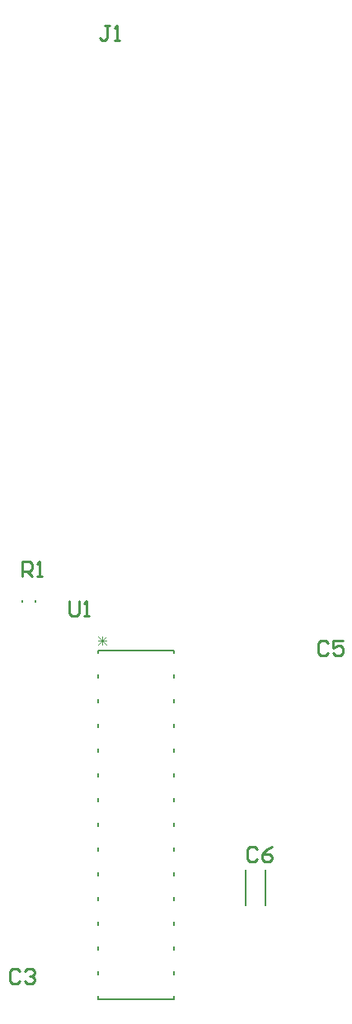
<source format=gto>
G04*
G04 #@! TF.GenerationSoftware,Altium Limited,Altium Designer,25.0.2 (28)*
G04*
G04 Layer_Color=65535*
%FSLAX44Y44*%
%MOMM*%
G71*
G04*
G04 #@! TF.SameCoordinates,EC309722-8CFF-44E8-99F7-827B0D8F2BFB*
G04*
G04*
G04 #@! TF.FilePolarity,Positive*
G04*
G01*
G75*
%ADD10C,0.1524*%
%ADD11C,0.1270*%
%ADD12C,0.2540*%
%ADD13C,0.0762*%
D10*
X889367Y821259D02*
Y825055D01*
Y795859D02*
Y799655D01*
Y770459D02*
Y774255D01*
Y745059D02*
Y748855D01*
Y719659D02*
Y723455D01*
Y694259D02*
Y698055D01*
Y668859D02*
Y672655D01*
Y643459D02*
Y647255D01*
Y618059D02*
Y621855D01*
Y592659D02*
Y596455D01*
Y567259D02*
Y571055D01*
Y541859D02*
Y545655D01*
Y516459D02*
Y520255D01*
X811897Y491687D02*
Y494855D01*
Y516459D02*
Y520255D01*
Y541859D02*
Y545655D01*
Y567259D02*
Y571055D01*
Y592659D02*
Y596455D01*
Y618059D02*
Y621855D01*
Y643459D02*
Y647255D01*
Y668859D02*
Y672655D01*
Y694259D02*
Y698055D01*
Y719659D02*
Y723455D01*
Y745059D02*
Y748855D01*
Y770459D02*
Y774255D01*
Y795859D02*
Y799655D01*
Y821259D02*
Y825037D01*
Y846677D02*
Y849827D01*
X889367D01*
Y491687D02*
Y494855D01*
X811897Y491687D02*
X889367D01*
Y846659D02*
Y849827D01*
X983899Y587449D02*
Y624025D01*
X963325Y587449D02*
Y624025D01*
D11*
X747432Y899057D02*
Y901457D01*
X733832Y899057D02*
Y901457D01*
D12*
X823211Y1491483D02*
X818132D01*
X820671D01*
Y1478787D01*
X818132Y1476248D01*
X815593D01*
X813054Y1478787D01*
X828289Y1476248D02*
X833367D01*
X830828D01*
Y1491483D01*
X828289Y1488944D01*
X782320Y899917D02*
Y887221D01*
X784859Y884682D01*
X789938D01*
X792477Y887221D01*
Y899917D01*
X797555Y884682D02*
X802633D01*
X800094D01*
Y899917D01*
X797555Y897378D01*
X733552Y925322D02*
Y940557D01*
X741170D01*
X743709Y938018D01*
Y932940D01*
X741170Y930400D01*
X733552D01*
X738630D02*
X743709Y925322D01*
X748787D02*
X753865D01*
X751326D01*
Y940557D01*
X748787Y938018D01*
X975357Y645664D02*
X972818Y648203D01*
X967739D01*
X965200Y645664D01*
Y635507D01*
X967739Y632968D01*
X972818D01*
X975357Y635507D01*
X990592Y648203D02*
X985513Y645664D01*
X980435Y640585D01*
Y635507D01*
X982974Y632968D01*
X988053D01*
X990592Y635507D01*
Y638046D01*
X988053Y640585D01*
X980435D01*
X1047493Y856738D02*
X1044954Y859277D01*
X1039875D01*
X1037336Y856738D01*
Y846581D01*
X1039875Y844042D01*
X1044954D01*
X1047493Y846581D01*
X1062728Y859277D02*
X1052571D01*
Y851659D01*
X1057649Y854199D01*
X1060189D01*
X1062728Y851659D01*
Y846581D01*
X1060189Y844042D01*
X1055110D01*
X1052571Y846581D01*
X730963Y520029D02*
X728423Y522569D01*
X723345D01*
X720806Y520029D01*
Y509873D01*
X723345Y507333D01*
X728423D01*
X730963Y509873D01*
X736041Y520029D02*
X738580Y522569D01*
X743659D01*
X746198Y520029D01*
Y517490D01*
X743659Y514951D01*
X741119D01*
X743659D01*
X746198Y512412D01*
Y509873D01*
X743659Y507333D01*
X738580D01*
X736041Y509873D01*
D13*
X811530Y864020D02*
X819994Y855556D01*
X811530D02*
X819994Y864020D01*
X811530Y859788D02*
X819994D01*
X815762Y855556D02*
Y864020D01*
M02*

</source>
